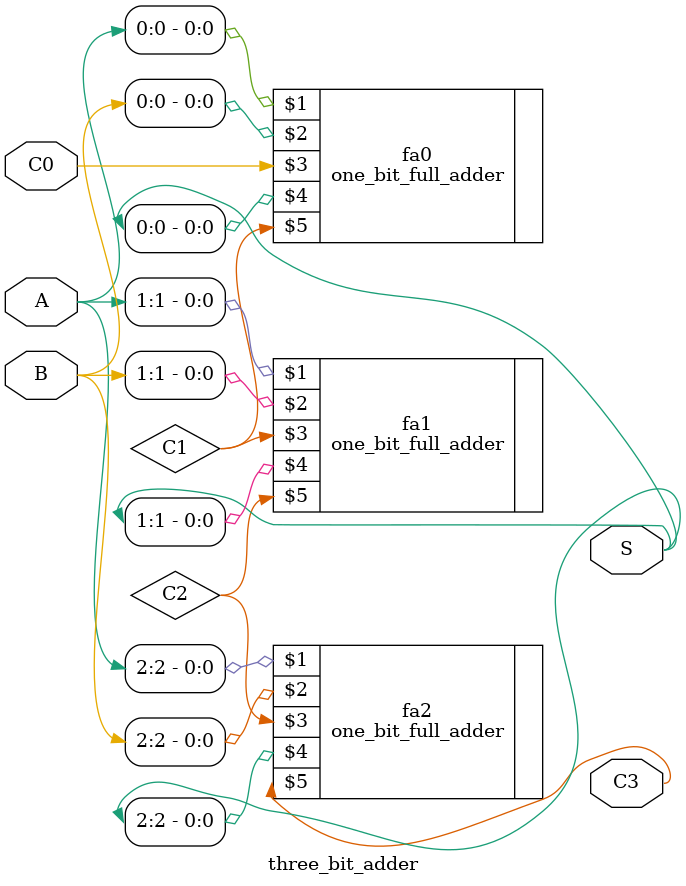
<source format=v>
`timescale 1ns / 1ps


module three_bit_adder(
    input [2:0] A,
    input [2:0] B,
    input C0,
    output [2:0] S,
    output C3
    );
    
    wire C1, C2;
    
    one_bit_full_adder fa0 (A[0], B[0], C0, S[0], C1);
    one_bit_full_adder fa1 (A[1], B[1], C1, S[1], C2);
    one_bit_full_adder fa2 (A[2], B[2], C2, S[2], C3);
endmodule

</source>
